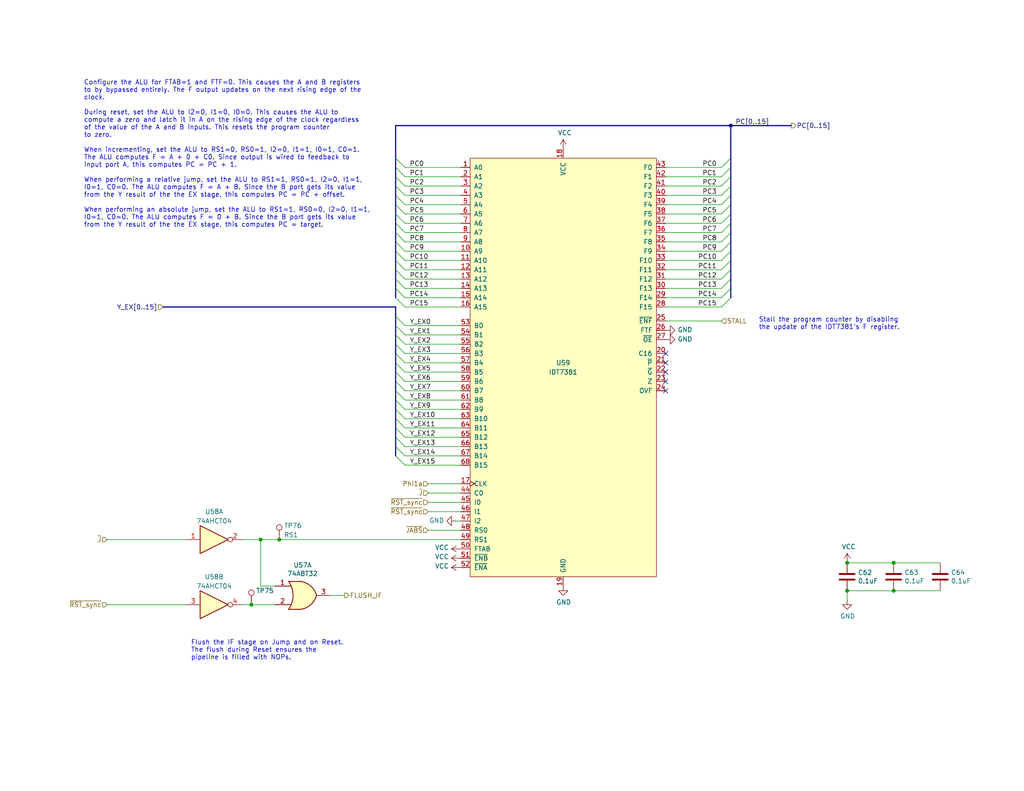
<source format=kicad_sch>
(kicad_sch (version 20230121) (generator eeschema)
  (paper "USLetter")
  (title_block (title "Program Counter") (date "2023-11-20") (rev "A") (comment 3 "sixteen-bit offset, or else reset to zero.") (comment 4 "Sixteen-bit program counter will either increment on the clock, add a specified"))
  (lib_symbols
    (symbol "74xx:74LS04"
      (property "Reference" "U" (at 0 1.27 0))
      (property "Value" "74LS04" (at 0 -1.27 0))
      (symbol "74LS04_1_0"
        (polyline (pts (xy -3.81 3.81) (xy -3.81 -3.81) (xy 3.81 0) (xy -3.81 3.81)) (stroke (width 0.254)) (fill (type background)))
        (pin input line (at -7.62 0 0) (length 3.81) (name "~") (number "1"))
        (pin output inverted (at 7.62 0 180) (length 3.81) (name "~") (number "2"))
      )
      (symbol "74LS04_2_0"
        (polyline (pts (xy -3.81 3.81) (xy -3.81 -3.81) (xy 3.81 0) (xy -3.81 3.81)) (stroke (width 0.254)) (fill (type background)))
        (pin input line (at -7.62 0 0) (length 3.81) (name "~") (number "3"))
        (pin output inverted (at 7.62 0 180) (length 3.81) (name "~") (number "4"))
      )
      (symbol "74LS04_3_0"
        (polyline (pts (xy -3.81 3.81) (xy -3.81 -3.81) (xy 3.81 0) (xy -3.81 3.81)) (stroke (width 0.254)) (fill (type background)))
        (pin input line (at -7.62 0 0) (length 3.81) (name "~") (number "5"))
        (pin output inverted (at 7.62 0 180) (length 3.81) (name "~") (number "6"))
      )
      (symbol "74LS04_4_0"
        (polyline (pts (xy -3.81 3.81) (xy -3.81 -3.81) (xy 3.81 0) (xy -3.81 3.81)) (stroke (width 0.254)) (fill (type background)))
        (pin output inverted (at 7.62 0 180) (length 3.81) (name "~") (number "8"))
        (pin input line (at -7.62 0 0) (length 3.81) (name "~") (number "9"))
      )
      (symbol "74LS04_5_0"
        (polyline (pts (xy -3.81 3.81) (xy -3.81 -3.81) (xy 3.81 0) (xy -3.81 3.81)) (stroke (width 0.254)) (fill (type background)))
        (pin output inverted (at 7.62 0 180) (length 3.81) (name "~") (number "10"))
        (pin input line (at -7.62 0 0) (length 3.81) (name "~") (number "11"))
      )
      (symbol "74LS04_6_0"
        (polyline (pts (xy -3.81 3.81) (xy -3.81 -3.81) (xy 3.81 0) (xy -3.81 3.81)) (stroke (width 0.254)) (fill (type background)))
        (pin output inverted (at 7.62 0 180) (length 3.81) (name "~") (number "12"))
        (pin input line (at -7.62 0 0) (length 3.81) (name "~") (number "13"))
      )
      (symbol "74LS04_7_0"
        (pin power_in line (at 0 12.7 270) (length 5.08) (name "VCC") (number "14"))
        (pin power_in line (at 0 -12.7 90) (length 5.08) (name "GND") (number "7"))
      )
      (symbol "74LS04_7_1"
        (rectangle (start -5.08 7.62) (end 5.08 -7.62) (stroke (width 0.254)) (fill (type background)))
      )
    )
    (symbol "74xx:74LS32" (pin_names (offset 1.016))
      (property "Reference" "U" (at 0 1.27 0))
      (property "Value" "74LS32" (at 0 -1.27 0))
      (symbol "74LS32_1_1"
        (arc (start -3.81 -3.81) (mid -2.589 0) (end -3.81 3.81) (stroke (width 0.254)))
        (arc (start -0.6096 -3.81) (mid 2.1842 -2.5851) (end 3.81 0) (stroke (width 0.254)) (fill (type background)))
        (polyline (pts (xy -3.81 -3.81) (xy -0.635 -3.81)) (stroke (width 0.254)) (fill (type background)))
        (polyline (pts (xy -3.81 3.81) (xy -0.635 3.81)) (stroke (width 0.254)) (fill (type background)))
        (polyline (pts (xy -0.635 3.81) (xy -3.81 3.81) (xy -3.81 3.81) (xy -3.556 3.4036) (xy -3.0226 2.2606) (xy -2.6924 1.0414) (xy -2.6162 -0.254) (xy -2.7686 -1.4986) (xy -3.175 -2.7178) (xy -3.81 -3.81) (xy -3.81 -3.81) (xy -0.635 -3.81)) (stroke (width -25.4)) (fill (type background)))
        (arc (start 3.81 0) (mid 2.1915 2.5936) (end -0.6096 3.81) (stroke (width 0.254)) (fill (type background)))
        (pin input line (at -7.62 2.54 0) (length 4.318) (name "~") (number "1"))
        (pin input line (at -7.62 -2.54 0) (length 4.318) (name "~") (number "2"))
        (pin output line (at 7.62 0 180) (length 3.81) (name "~") (number "3"))
      )
      (symbol "74LS32_1_2"
        (arc (start 0 -3.81) (mid 3.7934 0) (end 0 3.81) (stroke (width 0.254)) (fill (type background)))
        (polyline (pts (xy 0 3.81) (xy -3.81 3.81) (xy -3.81 -3.81) (xy 0 -3.81)) (stroke (width 0.254)) (fill (type background)))
        (pin input inverted (at -7.62 2.54 0) (length 3.81) (name "~") (number "1"))
        (pin input inverted (at -7.62 -2.54 0) (length 3.81) (name "~") (number "2"))
        (pin output inverted (at 7.62 0 180) (length 3.81) (name "~") (number "3"))
      )
      (symbol "74LS32_2_1"
        (arc (start -3.81 -3.81) (mid -2.589 0) (end -3.81 3.81) (stroke (width 0.254)))
        (arc (start -0.6096 -3.81) (mid 2.1842 -2.5851) (end 3.81 0) (stroke (width 0.254)) (fill (type background)))
        (polyline (pts (xy -3.81 -3.81) (xy -0.635 -3.81)) (stroke (width 0.254)) (fill (type background)))
        (polyline (pts (xy -3.81 3.81) (xy -0.635 3.81)) (stroke (width 0.254)) (fill (type background)))
        (polyline (pts (xy -0.635 3.81) (xy -3.81 3.81) (xy -3.81 3.81) (xy -3.556 3.4036) (xy -3.0226 2.2606) (xy -2.6924 1.0414) (xy -2.6162 -0.254) (xy -2.7686 -1.4986) (xy -3.175 -2.7178) (xy -3.81 -3.81) (xy -3.81 -3.81) (xy -0.635 -3.81)) (stroke (width -25.4)) (fill (type background)))
        (arc (start 3.81 0) (mid 2.1915 2.5936) (end -0.6096 3.81) (stroke (width 0.254)) (fill (type background)))
        (pin input line (at -7.62 2.54 0) (length 4.318) (name "~") (number "4"))
        (pin input line (at -7.62 -2.54 0) (length 4.318) (name "~") (number "5"))
        (pin output line (at 7.62 0 180) (length 3.81) (name "~") (number "6"))
      )
      (symbol "74LS32_2_2"
        (arc (start 0 -3.81) (mid 3.7934 0) (end 0 3.81) (stroke (width 0.254)) (fill (type background)))
        (polyline (pts (xy 0 3.81) (xy -3.81 3.81) (xy -3.81 -3.81) (xy 0 -3.81)) (stroke (width 0.254)) (fill (type background)))
        (pin input inverted (at -7.62 2.54 0) (length 3.81) (name "~") (number "4"))
        (pin input inverted (at -7.62 -2.54 0) (length 3.81) (name "~") (number "5"))
        (pin output inverted (at 7.62 0 180) (length 3.81) (name "~") (number "6"))
      )
      (symbol "74LS32_3_1"
        (arc (start -3.81 -3.81) (mid -2.589 0) (end -3.81 3.81) (stroke (width 0.254)))
        (arc (start -0.6096 -3.81) (mid 2.1842 -2.5851) (end 3.81 0) (stroke (width 0.254)) (fill (type background)))
        (polyline (pts (xy -3.81 -3.81) (xy -0.635 -3.81)) (stroke (width 0.254)) (fill (type background)))
        (polyline (pts (xy -3.81 3.81) (xy -0.635 3.81)) (stroke (width 0.254)) (fill (type background)))
        (polyline (pts (xy -0.635 3.81) (xy -3.81 3.81) (xy -3.81 3.81) (xy -3.556 3.4036) (xy -3.0226 2.2606) (xy -2.6924 1.0414) (xy -2.6162 -0.254) (xy -2.7686 -1.4986) (xy -3.175 -2.7178) (xy -3.81 -3.81) (xy -3.81 -3.81) (xy -0.635 -3.81)) (stroke (width -25.4)) (fill (type background)))
        (arc (start 3.81 0) (mid 2.1915 2.5936) (end -0.6096 3.81) (stroke (width 0.254)) (fill (type background)))
        (pin input line (at -7.62 -2.54 0) (length 4.318) (name "~") (number "10"))
        (pin output line (at 7.62 0 180) (length 3.81) (name "~") (number "8"))
        (pin input line (at -7.62 2.54 0) (length 4.318) (name "~") (number "9"))
      )
      (symbol "74LS32_3_2"
        (arc (start 0 -3.81) (mid 3.7934 0) (end 0 3.81) (stroke (width 0.254)) (fill (type background)))
        (polyline (pts (xy 0 3.81) (xy -3.81 3.81) (xy -3.81 -3.81) (xy 0 -3.81)) (stroke (width 0.254)) (fill (type background)))
        (pin input inverted (at -7.62 -2.54 0) (length 3.81) (name "~") (number "10"))
        (pin output inverted (at 7.62 0 180) (length 3.81) (name "~") (number "8"))
        (pin input inverted (at -7.62 2.54 0) (length 3.81) (name "~") (number "9"))
      )
      (symbol "74LS32_4_1"
        (arc (start -3.81 -3.81) (mid -2.589 0) (end -3.81 3.81) (stroke (width 0.254)))
        (arc (start -0.6096 -3.81) (mid 2.1842 -2.5851) (end 3.81 0) (stroke (width 0.254)) (fill (type background)))
        (polyline (pts (xy -3.81 -3.81) (xy -0.635 -3.81)) (stroke (width 0.254)) (fill (type background)))
        (polyline (pts (xy -3.81 3.81) (xy -0.635 3.81)) (stroke (width 0.254)) (fill (type background)))
        (polyline (pts (xy -0.635 3.81) (xy -3.81 3.81) (xy -3.81 3.81) (xy -3.556 3.4036) (xy -3.0226 2.2606) (xy -2.6924 1.0414) (xy -2.6162 -0.254) (xy -2.7686 -1.4986) (xy -3.175 -2.7178) (xy -3.81 -3.81) (xy -3.81 -3.81) (xy -0.635 -3.81)) (stroke (width -25.4)) (fill (type background)))
        (arc (start 3.81 0) (mid 2.1915 2.5936) (end -0.6096 3.81) (stroke (width 0.254)) (fill (type background)))
        (pin output line (at 7.62 0 180) (length 3.81) (name "~") (number "11"))
        (pin input line (at -7.62 2.54 0) (length 4.318) (name "~") (number "12"))
        (pin input line (at -7.62 -2.54 0) (length 4.318) (name "~") (number "13"))
      )
      (symbol "74LS32_4_2"
        (arc (start 0 -3.81) (mid 3.7934 0) (end 0 3.81) (stroke (width 0.254)) (fill (type background)))
        (polyline (pts (xy 0 3.81) (xy -3.81 3.81) (xy -3.81 -3.81) (xy 0 -3.81)) (stroke (width 0.254)) (fill (type background)))
        (pin output inverted (at 7.62 0 180) (length 3.81) (name "~") (number "11"))
        (pin input inverted (at -7.62 2.54 0) (length 3.81) (name "~") (number "12"))
        (pin input inverted (at -7.62 -2.54 0) (length 3.81) (name "~") (number "13"))
      )
      (symbol "74LS32_5_0"
        (pin power_in line (at 0 12.7 270) (length 5.08) (name "VCC") (number "14"))
        (pin power_in line (at 0 -12.7 90) (length 5.08) (name "GND") (number "7"))
      )
      (symbol "74LS32_5_1"
        (rectangle (start -5.08 7.62) (end 5.08 -7.62) (stroke (width 0.254)) (fill (type background)))
      )
    )
    (symbol "Connector:TestPoint" (pin_numbers hide) (pin_names (offset 0.762) hide)
      (property "Reference" "TP" (at 0 6.858 0))
      (property "Value" "TestPoint" (at 0 5.08 0))
      (symbol "TestPoint_0_1"
        (circle (center 0 3.302) (radius 0.762))
      )
      (symbol "TestPoint_1_1"
        (pin passive line (at 0 0 90) (length 2.54) (name "1") (number "1"))
      )
    )
    (symbol "Device:C" (pin_numbers hide) (pin_names (offset 0.254))
      (property "Reference" "C" (at 0.635 2.54 0))
      (property "Value" "C" (at 0.635 -2.54 0))
      (symbol "C_0_1"
        (polyline (pts (xy -2.032 -0.762) (xy 2.032 -0.762)) (stroke (width 0.508)))
        (polyline (pts (xy -2.032 0.762) (xy 2.032 0.762)) (stroke (width 0.508)))
      )
      (symbol "C_1_1"
        (pin passive line (at 0 3.81 270) (length 2.794) (name "~") (number "1"))
        (pin passive line (at 0 -3.81 90) (length 2.794) (name "~") (number "2"))
      )
    )
    (symbol "PCIFModule-rescue:IDT7381-CPU" (pin_names (offset 1.016))
      (property "Reference" "U" (at 1.27 2.54 0))
      (property "Value" "IDT7381-CPU" (at 1.27 0 0))
      (symbol "IDT7381-CPU_0_1"
        (rectangle (start -25.4 57.15) (end 25.4 -57.15) (fill (type background)))
      )
      (symbol "IDT7381-CPU_1_1"
        (pin input line (at -27.94 54.61 0) (length 2.54) (name "A0") (number "1"))
        (pin input line (at -27.94 31.75 0) (length 2.54) (name "A9") (number "10"))
        (pin input line (at -27.94 29.21 0) (length 2.54) (name "A10") (number "11"))
        (pin input line (at -27.94 26.67 0) (length 2.54) (name "A11") (number "12"))
        (pin input line (at -27.94 24.13 0) (length 2.54) (name "A12") (number "13"))
        (pin input line (at -27.94 21.59 0) (length 2.54) (name "A13") (number "14"))
        (pin input line (at -27.94 19.05 0) (length 2.54) (name "A14") (number "15"))
        (pin input line (at -27.94 16.51 0) (length 2.54) (name "A15") (number "16"))
        (pin input clock (at -27.94 -31.75 0) (length 2.54) (name "CLK") (number "17"))
        (pin power_in line (at 0 59.69 270) (length 2.54) (name "VCC") (number "18"))
        (pin power_in line (at 0 -59.69 90) (length 2.54) (name "GND") (number "19"))
        (pin input line (at -27.94 52.07 0) (length 2.54) (name "A1") (number "2"))
        (pin output line (at 27.94 3.81 180) (length 2.54) (name "C16") (number "20"))
        (pin output line (at 27.94 1.27 180) (length 2.54) (name "~{P}") (number "21"))
        (pin output line (at 27.94 -1.27 180) (length 2.54) (name "~{G}") (number "22"))
        (pin output line (at 27.94 -3.81 180) (length 2.54) (name "Z") (number "23"))
        (pin output line (at 27.94 -6.35 180) (length 2.54) (name "OVF") (number "24"))
        (pin input line (at 27.94 12.7 180) (length 2.54) (name "~{ENF}") (number "25"))
        (pin input line (at 27.94 10.16 180) (length 2.54) (name "FTF") (number "26"))
        (pin input line (at 27.94 7.62 180) (length 2.54) (name "~{OE}") (number "27"))
        (pin tri_state line (at 27.94 16.51 180) (length 2.54) (name "F15") (number "28"))
        (pin tri_state line (at 27.94 19.05 180) (length 2.54) (name "F14") (number "29"))
        (pin input line (at -27.94 49.53 0) (length 2.54) (name "A2") (number "3"))
        (pin tri_state line (at 27.94 21.59 180) (length 2.54) (name "F13") (number "30"))
        (pin tri_state line (at 27.94 24.13 180) (length 2.54) (name "F12") (number "31"))
        (pin tri_state line (at 27.94 26.67 180) (length 2.54) (name "F11") (number "32"))
        (pin tri_state line (at 27.94 29.21 180) (length 2.54) (name "F10") (number "33"))
        (pin tri_state line (at 27.94 31.75 180) (length 2.54) (name "F9") (number "34"))
        (pin tri_state line (at 27.94 34.29 180) (length 2.54) (name "F8") (number "35"))
        (pin tri_state line (at 27.94 36.83 180) (length 2.54) (name "F7") (number "36"))
        (pin tri_state line (at 27.94 39.37 180) (length 2.54) (name "F6") (number "37"))
        (pin tri_state line (at 27.94 41.91 180) (length 2.54) (name "F5") (number "38"))
        (pin tri_state line (at 27.94 44.45 180) (length 2.54) (name "F4") (number "39"))
        (pin input line (at -27.94 46.99 0) (length 2.54) (name "A3") (number "4"))
        (pin tri_state line (at 27.94 46.99 180) (length 2.54) (name "F3") (number "40"))
        (pin tri_state line (at 27.94 49.53 180) (length 2.54) (name "F2") (number "41"))
        (pin tri_state line (at 27.94 52.07 180) (length 2.54) (name "F1") (number "42"))
        (pin tri_state line (at 27.94 54.61 180) (length 2.54) (name "F0") (number "43"))
        (pin input line (at -27.94 -34.29 0) (length 2.54) (name "C0") (number "44"))
        (pin input line (at -27.94 -36.83 0) (length 2.54) (name "I0") (number "45"))
        (pin input line (at -27.94 -39.37 0) (length 2.54) (name "I1") (number "46"))
        (pin input line (at -27.94 -41.91 0) (length 2.54) (name "I2") (number "47"))
        (pin input line (at -27.94 -44.45 0) (length 2.54) (name "RS0") (number "48"))
        (pin input line (at -27.94 -46.99 0) (length 2.54) (name "RS1") (number "49"))
        (pin input line (at -27.94 44.45 0) (length 2.54) (name "A4") (number "5"))
        (pin input line (at -27.94 -49.53 0) (length 2.54) (name "FTAB") (number "50"))
        (pin input line (at -27.94 -52.07 0) (length 2.54) (name "~{ENB}") (number "51"))
        (pin input line (at -27.94 -54.61 0) (length 2.54) (name "~{ENA}") (number "52"))
        (pin input line (at -27.94 11.43 0) (length 2.54) (name "B0") (number "53"))
        (pin input line (at -27.94 8.89 0) (length 2.54) (name "B1") (number "54"))
        (pin input line (at -27.94 6.35 0) (length 2.54) (name "B2") (number "55"))
        (pin input line (at -27.94 3.81 0) (length 2.54) (name "B3") (number "56"))
        (pin input line (at -27.94 1.27 0) (length 2.54) (name "B4") (number "57"))
        (pin input line (at -27.94 -1.27 0) (length 2.54) (name "B5") (number "58"))
        (pin input line (at -27.94 -3.81 0) (length 2.54) (name "B6") (number "59"))
        (pin input line (at -27.94 41.91 0) (length 2.54) (name "A5") (number "6"))
        (pin input line (at -27.94 -6.35 0) (length 2.54) (name "B7") (number "60"))
        (pin input line (at -27.94 -8.89 0) (length 2.54) (name "B8") (number "61"))
        (pin input line (at -27.94 -11.43 0) (length 2.54) (name "B9") (number "62"))
        (pin input line (at -27.94 -13.97 0) (length 2.54) (name "B10") (number "63"))
        (pin input line (at -27.94 -16.51 0) (length 2.54) (name "B11") (number "64"))
        (pin input line (at -27.94 -19.05 0) (length 2.54) (name "B12") (number "65"))
        (pin input line (at -27.94 -21.59 0) (length 2.54) (name "B13") (number "66"))
        (pin input line (at -27.94 -24.13 0) (length 2.54) (name "B14") (number "67"))
        (pin input line (at -27.94 -26.67 0) (length 2.54) (name "B15") (number "68"))
        (pin input line (at -27.94 39.37 0) (length 2.54) (name "A6") (number "7"))
        (pin input line (at -27.94 36.83 0) (length 2.54) (name "A7") (number "8"))
        (pin input line (at -27.94 34.29 0) (length 2.54) (name "A8") (number "9"))
      )
    )
    (symbol "power:GND" (power) (pin_names (offset 0))
      (property "Value" "GND" (at 0 -3.81 0))
      (symbol "GND_0_1"
        (polyline (pts (xy 0 0) (xy 0 -1.27) (xy 1.27 -1.27) (xy 0 -2.54) (xy -1.27 -1.27) (xy 0 -1.27)))
      )
      (symbol "GND_1_1"
        (pin power_in line (at 0 0 270) (length 0) hide (name "GND") (number "1"))
      )
    )
    (symbol "power:VCC" (power) (pin_names (offset 0))
      (property "Value" "VCC" (at 0 3.81 0))
      (symbol "VCC_0_1"
        (polyline (pts (xy -0.762 1.27) (xy 0 2.54)))
        (polyline (pts (xy 0 0) (xy 0 2.54)))
        (polyline (pts (xy 0 2.54) (xy 0.762 1.27)))
      )
      (symbol "VCC_1_1"
        (pin power_in line (at 0 0 90) (length 0) hide (name "VCC") (number "1"))
      )
    )
  )
  (junction (at -53.34 147.32))
  (junction (at -29.21 157.48))
  (junction (at 231.14 161.29))
  (junction (at -53.34 152.4))
  (junction (at -53.34 133.35))
  (junction (at -53.34 162.56))
  (junction (at -53.34 167.64))
  (junction (at -29.21 143.51))
  (junction (at 243.84 161.29))
  (junction (at -29.21 129.54))
  (junction (at 199.39 34.29))
  (junction (at 231.14 153.67))
  (junction (at -29.21 171.45))
  (junction (at 71.12 147.32))
  (junction (at 76.2 147.32))
  (junction (at 243.84 153.67))
  (junction (at 68.58 165.1))
  (junction (at -53.34 138.43))
  (no_connect (at -13.97 129.54))
  (no_connect (at 181.61 104.14))
  (no_connect (at -13.97 143.51))
  (no_connect (at 181.61 101.6))
  (no_connect (at -35.56 165.1))
  (no_connect (at 181.61 106.68))
  (no_connect (at -35.56 135.89))
  (no_connect (at -13.97 157.48))
  (no_connect (at -35.56 149.86))
  (no_connect (at 181.61 96.52))
  (no_connect (at 181.61 99.06))
  (no_connect (at -13.97 171.45))
  (bus_entry (at 110.49 53.34) (size -2.54 -2.54))
  (bus_entry (at 110.49 91.44) (size -2.54 -2.54))
  (bus_entry (at 110.49 48.26) (size -2.54 -2.54))
  (bus_entry (at 110.49 76.2) (size -2.54 -2.54))
  (bus_entry (at 110.49 63.5) (size -2.54 -2.54))
  (bus_entry (at 110.49 73.66) (size -2.54 -2.54))
  (bus_entry (at 196.85 48.26) (size 2.54 -2.54))
  (bus_entry (at 110.49 99.06) (size -2.54 -2.54))
  (bus_entry (at 196.85 55.88) (size 2.54 -2.54))
  (bus_entry (at 196.85 73.66) (size 2.54 -2.54))
  (bus_entry (at 110.49 66.04) (size -2.54 -2.54))
  (bus_entry (at 110.49 96.52) (size -2.54 -2.54))
  (bus_entry (at 196.85 76.2) (size 2.54 -2.54))
  (bus_entry (at 110.49 55.88) (size -2.54 -2.54))
  (bus_entry (at 110.49 60.96) (size -2.54 -2.54))
  (bus_entry (at 196.85 71.12) (size 2.54 -2.54))
  (bus_entry (at 110.49 101.6) (size -2.54 -2.54))
  (bus_entry (at 110.49 119.38) (size -2.54 -2.54))
  (bus_entry (at 110.49 71.12) (size -2.54 -2.54))
  (bus_entry (at 110.49 114.3) (size -2.54 -2.54))
  (bus_entry (at 110.49 88.9) (size -2.54 -2.54))
  (bus_entry (at 196.85 81.28) (size 2.54 -2.54))
  (bus_entry (at 196.85 66.04) (size 2.54 -2.54))
  (bus_entry (at 196.85 68.58) (size 2.54 -2.54))
  (bus_entry (at 110.49 81.28) (size -2.54 -2.54))
  (bus_entry (at 110.49 127) (size -2.54 -2.54))
  (bus_entry (at 196.85 83.82) (size 2.54 -2.54))
  (bus_entry (at 110.49 45.72) (size -2.54 -2.54))
  (bus_entry (at 196.85 63.5) (size 2.54 -2.54))
  (bus_entry (at 110.49 83.82) (size -2.54 -2.54))
  (bus_entry (at 110.49 121.92) (size -2.54 -2.54))
  (bus_entry (at 110.49 78.74) (size -2.54 -2.54))
  (bus_entry (at 110.49 109.22) (size -2.54 -2.54))
  (bus_entry (at 196.85 50.8) (size 2.54 -2.54))
  (bus_entry (at 196.85 45.72) (size 2.54 -2.54))
  (bus_entry (at 110.49 111.76) (size -2.54 -2.54))
  (bus_entry (at 110.49 50.8) (size -2.54 -2.54))
  (bus_entry (at 110.49 124.46) (size -2.54 -2.54))
  (bus_entry (at 110.49 93.98) (size -2.54 -2.54))
  (bus_entry (at 196.85 53.34) (size 2.54 -2.54))
  (bus_entry (at 110.49 58.42) (size -2.54 -2.54))
  (bus_entry (at 196.85 60.96) (size 2.54 -2.54))
  (bus_entry (at 110.49 106.68) (size -2.54 -2.54))
  (bus_entry (at 110.49 68.58) (size -2.54 -2.54))
  (bus_entry (at 196.85 58.42) (size 2.54 -2.54))
  (bus_entry (at 196.85 78.74) (size 2.54 -2.54))
  (bus_entry (at 110.49 116.84) (size -2.54 -2.54))
  (bus_entry (at 110.49 104.14) (size -2.54 -2.54))
  (wire (pts (xy -53.34 118.11) (xy -53.34 133.35)))
  (wire (pts (xy 256.54 161.29) (xy 243.84 161.29)))
  (wire (pts (xy 68.58 165.1) (xy 74.93 165.1)))
  (wire (pts (xy 71.12 160.02) (xy 71.12 147.32)))
  (wire (pts (xy 110.49 58.42) (xy 125.73 58.42)))
  (bus (pts (xy 107.95 63.5) (xy 107.95 66.04)))
  (bus (pts (xy 107.95 119.38) (xy 107.95 121.92)))
  (bus (pts (xy 199.39 58.42) (xy 199.39 60.96)))
  (wire (pts (xy 110.49 106.68) (xy 125.73 106.68)))
  (wire (pts (xy 110.49 78.74) (xy 125.73 78.74)))
  (wire (pts (xy 110.49 114.3) (xy 125.73 114.3)))
  (wire (pts (xy 196.85 78.74) (xy 181.61 78.74)))
  (bus (pts (xy 107.95 104.14) (xy 107.95 106.68)))
  (bus (pts (xy 199.39 50.8) (xy 199.39 53.34)))
  (wire (pts (xy 66.04 147.32) (xy 71.12 147.32)))
  (wire (pts (xy -50.8 133.35) (xy -53.34 133.35)))
  (wire (pts (xy -50.8 138.43) (xy -53.34 138.43)))
  (bus (pts (xy 107.95 116.84) (xy 107.95 119.38)))
  (wire (pts (xy 196.85 73.66) (xy 181.61 73.66)))
  (wire (pts (xy 110.49 93.98) (xy 125.73 93.98)))
  (bus (pts (xy 199.39 34.29) (xy 199.39 43.18)))
  (bus (pts (xy 107.95 109.22) (xy 107.95 111.76)))
  (wire (pts (xy 110.49 91.44) (xy 125.73 91.44)))
  (wire (pts (xy 116.84 139.7) (xy 125.73 139.7)))
  (wire (pts (xy 196.85 83.82) (xy 181.61 83.82)))
  (wire (pts (xy -29.21 199.39) (xy -29.21 200.66)))
  (wire (pts (xy 196.85 76.2) (xy 181.61 76.2)))
  (bus (pts (xy 107.95 99.06) (xy 107.95 101.6)))
  (bus (pts (xy 107.95 43.18) (xy 107.95 45.72)))
  (wire (pts (xy -53.34 162.56) (xy -53.34 167.64)))
  (bus (pts (xy 107.95 83.82) (xy 44.45 83.82)))
  (wire (pts (xy -53.34 138.43) (xy -53.34 147.32)))
  (bus (pts (xy 107.95 73.66) (xy 107.95 76.2)))
  (bus (pts (xy 107.95 121.92) (xy 107.95 124.46)))
  (bus (pts (xy 107.95 88.9) (xy 107.95 91.44)))
  (bus (pts (xy 199.39 68.58) (xy 199.39 71.12)))
  (bus (pts (xy 199.39 73.66) (xy 199.39 76.2)))
  (wire (pts (xy 110.49 109.22) (xy 125.73 109.22)))
  (wire (pts (xy 110.49 88.9) (xy 125.73 88.9)))
  (wire (pts (xy -29.21 143.51) (xy -29.21 157.48)))
  (bus (pts (xy 107.95 93.98) (xy 107.95 96.52)))
  (bus (pts (xy 107.95 86.36) (xy 107.95 88.9)))
  (wire (pts (xy 71.12 147.32) (xy 76.2 147.32)))
  (wire (pts (xy 29.21 165.1) (xy 50.8 165.1)))
  (bus (pts (xy 107.95 58.42) (xy 107.95 60.96)))
  (wire (pts (xy 110.49 73.66) (xy 125.73 73.66)))
  (bus (pts (xy 107.95 55.88) (xy 107.95 58.42)))
  (bus (pts (xy 199.39 53.34) (xy 199.39 55.88)))
  (wire (pts (xy 196.85 53.34) (xy 181.61 53.34)))
  (bus (pts (xy 107.95 96.52) (xy 107.95 99.06)))
  (wire (pts (xy 110.49 83.82) (xy 125.73 83.82)))
  (bus (pts (xy 199.39 43.18) (xy 199.39 45.72)))
  (wire (pts (xy 231.14 163.83) (xy 231.14 161.29)))
  (bus (pts (xy 199.39 66.04) (xy 199.39 68.58)))
  (wire (pts (xy 196.85 45.72) (xy 181.61 45.72)))
  (wire (pts (xy 196.85 48.26) (xy 181.61 48.26)))
  (bus (pts (xy 199.39 60.96) (xy 199.39 63.5)))
  (bus (pts (xy 107.95 83.82) (xy 107.95 86.36)))
  (wire (pts (xy 196.85 63.5) (xy 181.61 63.5)))
  (wire (pts (xy -50.8 162.56) (xy -53.34 162.56)))
  (wire (pts (xy 110.49 45.72) (xy 125.73 45.72)))
  (bus (pts (xy 107.95 106.68) (xy 107.95 109.22)))
  (bus (pts (xy 107.95 111.76) (xy 107.95 114.3)))
  (bus (pts (xy 107.95 76.2) (xy 107.95 78.74)))
  (bus (pts (xy 107.95 91.44) (xy 107.95 93.98)))
  (bus (pts (xy 107.95 78.74) (xy 107.95 81.28)))
  (wire (pts (xy 110.49 50.8) (xy 125.73 50.8)))
  (bus (pts (xy 199.39 71.12) (xy 199.39 73.66)))
  (wire (pts (xy -50.8 152.4) (xy -53.34 152.4)))
  (wire (pts (xy 116.84 144.78) (xy 125.73 144.78)))
  (bus (pts (xy 107.95 34.29) (xy 107.95 43.18)))
  (wire (pts (xy 116.84 137.16) (xy 125.73 137.16)))
  (wire (pts (xy 110.49 53.34) (xy 125.73 53.34)))
  (wire (pts (xy 110.49 99.06) (xy 125.73 99.06)))
  (bus (pts (xy 199.39 48.26) (xy 199.39 50.8)))
  (wire (pts (xy 231.14 153.67) (xy 243.84 153.67)))
  (wire (pts (xy 110.49 104.14) (xy 125.73 104.14)))
  (bus (pts (xy 107.95 34.29) (xy 199.39 34.29)))
  (bus (pts (xy 199.39 55.88) (xy 199.39 58.42)))
  (wire (pts (xy 110.49 60.96) (xy 125.73 60.96)))
  (bus (pts (xy 107.95 48.26) (xy 107.95 50.8)))
  (bus (pts (xy 107.95 101.6) (xy 107.95 104.14)))
  (wire (pts (xy 110.49 116.84) (xy 125.73 116.84)))
  (wire (pts (xy -50.8 147.32) (xy -53.34 147.32)))
  (bus (pts (xy 107.95 66.04) (xy 107.95 68.58)))
  (wire (pts (xy -29.21 129.54) (xy -29.21 143.51)))
  (wire (pts (xy 110.49 96.52) (xy 125.73 96.52)))
  (wire (pts (xy -53.34 152.4) (xy -53.34 162.56)))
  (bus (pts (xy 107.95 45.72) (xy 107.95 48.26)))
  (bus (pts (xy 107.95 71.12) (xy 107.95 73.66)))
  (wire (pts (xy 110.49 71.12) (xy 125.73 71.12)))
  (wire (pts (xy 110.49 124.46) (xy 125.73 124.46)))
  (wire (pts (xy 66.04 165.1) (xy 68.58 165.1)))
  (bus (pts (xy 199.39 63.5) (xy 199.39 66.04)))
  (wire (pts (xy 196.85 60.96) (xy 181.61 60.96)))
  (wire (pts (xy 110.49 81.28) (xy 125.73 81.28)))
  (bus (pts (xy 199.39 76.2) (xy 199.39 78.74)))
  (wire (pts (xy 243.84 161.29) (xy 231.14 161.29)))
  (wire (pts (xy 196.85 68.58) (xy 181.61 68.58)))
  (bus (pts (xy 199.39 45.72) (xy 199.39 48.26)))
  (bus (pts (xy 107.95 60.96) (xy 107.95 63.5)))
  (bus (pts (xy 199.39 78.74) (xy 199.39 81.28)))
  (wire (pts (xy 110.49 121.92) (xy 125.73 121.92)))
  (wire (pts (xy 110.49 111.76) (xy 125.73 111.76)))
  (wire (pts (xy 196.85 81.28) (xy 181.61 81.28)))
  (bus (pts (xy 107.95 114.3) (xy 107.95 116.84)))
  (wire (pts (xy -29.21 157.48) (xy -29.21 171.45)))
  (wire (pts (xy 110.49 66.04) (xy 125.73 66.04)))
  (wire (pts (xy 93.98 162.56) (xy 90.17 162.56)))
  (wire (pts (xy 243.84 153.67) (xy 256.54 153.67)))
  (wire (pts (xy 196.85 50.8) (xy 181.61 50.8)))
  (wire (pts (xy 110.49 48.26) (xy 125.73 48.26)))
  (wire (pts (xy 110.49 76.2) (xy 125.73 76.2)))
  (wire (pts (xy 110.49 68.58) (xy 125.73 68.58)))
  (wire (pts (xy 181.61 87.63) (xy 196.85 87.63)))
  (wire (pts (xy -29.21 171.45) (xy -29.21 173.99)))
  (bus (pts (xy 107.95 68.58) (xy 107.95 71.12)))
  (wire (pts (xy -53.34 167.64) (xy -53.34 173.99)))
  (wire (pts (xy 110.49 119.38) (xy 125.73 119.38)))
  (bus (pts (xy 107.95 53.34) (xy 107.95 55.88)))
  (wire (pts (xy -53.34 147.32) (xy -53.34 152.4)))
  (bus (pts (xy 107.95 50.8) (xy 107.95 53.34)))
  (wire (pts (xy 196.85 71.12) (xy 181.61 71.12)))
  (wire (pts (xy 116.84 134.62) (xy 125.73 134.62)))
  (wire (pts (xy -29.21 118.11) (xy -29.21 129.54)))
  (wire (pts (xy 29.21 147.32) (xy 50.8 147.32)))
  (wire (pts (xy 110.49 101.6) (xy 125.73 101.6)))
  (wire (pts (xy 196.85 55.88) (xy 181.61 55.88)))
  (wire (pts (xy 76.2 147.32) (xy 125.73 147.32)))
  (bus (pts (xy 215.9 34.29) (xy 199.39 34.29)))
  (wire (pts (xy 125.73 142.24) (xy 124.46 142.24)))
  (wire (pts (xy 74.93 160.02) (xy 71.12 160.02)))
  (wire (pts (xy 116.84 132.08) (xy 125.73 132.08)))
  (wire (pts (xy -53.34 133.35) (xy -53.34 138.43)))
  (wire (pts (xy 110.49 127) (xy 125.73 127)))
  (wire (pts (xy -50.8 167.64) (xy -53.34 167.64)))
  (wire (pts (xy 110.49 55.88) (xy 125.73 55.88)))
  (wire (pts (xy 196.85 66.04) (xy 181.61 66.04)))
  (wire (pts (xy 110.49 63.5) (xy 125.73 63.5)))
  (wire (pts (xy 196.85 58.42) (xy 181.61 58.42)))
  (text "Stall the program counter by disabling\nthe update of the IDT7381’s F register." (at 207.01 90.17 0) (effects (font (size 1.27 1.27)) (justify left bottom)))
  (text "Flush the IF stage on Jump and on Reset.\nThe flush during Reset ensures the\npipeline is filled with NOPs." (at 52.07 180.34 0) (effects (font (size 1.27 1.27)) (justify left bottom)))
  (text "Configure the ALU for FTAB=1 and FTF=0. This causes the A and B registers\nto by bypassed entirely. The F output updates on the next rising edge of the\nclock.\n\nDuring reset, set the ALU to I2=0, I1=0, I0=0. This causes the ALU to\ncompute a zero and latch it in A on the rising edge of the clock regardless\nof the value of the A and B inputs. This resets the program counter\nto zero.\n\nWhen incrementing, set the ALU to RS1=0, RS0=1, I2=0, I1=1, I0=1, C0=1.\nThe ALU computes F = A + 0 + C0. Since output is wired to feedback to\ninput port A, this computes PC = PC + 1.\n\nWhen performing a relative jump, set the ALU to RS1=1, RS0=1, I2=0, I1=1,\nI0=1, C0=0. The ALU computes F = A + B. Since the B port gets its value\nfrom the Y result of the the EX stage, this computes PC = PC + offset.\n\nWhen performing an absolute jump, set the ALU to RS1=1, RS0=0, I2=0, I1=1,\nI0=1, C0=0. The ALU computes F = 0 + B. Since the B port gets its value\nfrom the Y result of the the EX stage, this computes PC = target." (at 22.86 62.23 0) (effects (font (size 1.27 1.27)) (justify left bottom)))
  (label "PC8" (at 111.76 66.04 0))
  (label "PC11" (at 111.76 73.66 0))
  (label "Y_EX9" (at 111.76 111.76 0))
  (label "PC3" (at 111.76 53.34 0))
  (label "Y_EX1" (at 111.76 91.44 0))
  (label "PC13" (at 111.76 78.74 0))
  (label "PC4" (at 111.76 55.88 0))
  (label "PC2" (at 195.58 50.8 180))
  (label "Y_EX6" (at 111.76 104.14 0))
  (label "Y_EX14" (at 111.76 124.46 0))
  (label "Y_EX13" (at 111.76 121.92 0))
  (label "PC9" (at 195.58 68.58 180))
  (label "Y_EX0" (at 111.76 88.9 0))
  (label "PC15" (at 195.58 83.82 180))
  (label "PC15" (at 111.76 83.82 0))
  (label "PC0" (at 111.76 45.72 0))
  (label "Y_EX3" (at 111.76 96.52 0))
  (label "PC5" (at 195.58 58.42 180))
  (label "PC11" (at 195.58 73.66 180))
  (label "Y_EX11" (at 111.76 116.84 0))
  (label "PC10" (at 195.58 71.12 180))
  (label "Y_EX7" (at 111.76 106.68 0))
  (label "Y_EX5" (at 111.76 101.6 0))
  (label "PC14" (at 111.76 81.28 0))
  (label "Y_EX2" (at 111.76 93.98 0))
  (label "PC12" (at 195.58 76.2 180))
  (label "PC10" (at 111.76 71.12 0))
  (label "PC8" (at 195.58 66.04 180))
  (label "PC6" (at 111.76 60.96 0))
  (label "PC6" (at 195.58 60.96 180))
  (label "PC2" (at 111.76 50.8 0))
  (label "PC9" (at 111.76 68.58 0))
  (label "PC4" (at 195.58 55.88 180))
  (label "Y_EX4" (at 111.76 99.06 0))
  (label "PC13" (at 195.58 78.74 180))
  (label "PC0" (at 195.58 45.72 180))
  (label "PC1" (at 195.58 48.26 180))
  (label "PC14" (at 195.58 81.28 180))
  (label "Y_EX12" (at 111.76 119.38 0))
  (label "Y_EX15" (at 111.76 127 0))
  (label "Y_EX10" (at 111.76 114.3 0))
  (label "PC7" (at 195.58 63.5 180))
  (label "PC3" (at 195.58 53.34 180))
  (label "PC5" (at 111.76 58.42 0))
  (label "PC[0..15]" (at 200.66 34.29 0))
  (label "PC7" (at 111.76 63.5 0))
  (label "Y_EX8" (at 111.76 109.22 0))
  (label "PC12" (at 111.76 76.2 0))
  (label "PC1" (at 111.76 48.26 0))
  (hierarchical_label "STALL" (shape input) (at 196.85 87.63 0))
  (hierarchical_label "~{JABS}" (shape input) (at 116.84 144.78 180))
  (hierarchical_label "PC[0..15]" (shape output) (at 215.9 34.29 0))
  (hierarchical_label "Phi1a" (shape input) (at 116.84 132.08 180))
  (hierarchical_label "~{RST_sync}" (shape input) (at 116.84 139.7 180))
  (hierarchical_label "Y_EX[0..15]" (shape input) (at 44.45 83.82 180))
  (hierarchical_label "~{J}" (shape input) (at 29.21 147.32 180))
  (hierarchical_label "~{J}" (shape input) (at 116.84 134.62 180))
  (hierarchical_label "~{RST_sync}" (shape input) (at 29.21 165.1 180))
  (hierarchical_label "~{RST_sync}" (shape input) (at 116.84 137.16 180))
  (hierarchical_label "FLUSH_IF" (shape output) (at 93.98 162.56 0))
  (symbol (lib_id "Device:C") (at 231.14 157.48 0) (unit 1)
    (property "Reference" "C62" (at 234.061 156.3116 0) (effects (justify left)))
    (property "Value" "0.1uF" (at 234.061 158.623 0) (effects (justify left)))
    (property "Footprint" "Capacitor_SMD:C_0603_1608Metric_Pad1.08x0.95mm_HandSolder" (effects hide))
    (property "Mouser" "https://www.mouser.com/ProductDetail/963-EMK107B7104KAHT" (effects hide))
  )
  (symbol (lib_id "Device:C") (at 243.84 157.48 0) (unit 1)
    (property "Reference" "C63" (at 246.761 156.3116 0) (effects (justify left)))
    (property "Value" "0.1uF" (at 246.761 158.623 0) (effects (justify left)))
    (property "Footprint" "Capacitor_SMD:C_0603_1608Metric_Pad1.08x0.95mm_HandSolder" (effects hide))
    (property "Mouser" "https://www.mouser.com/ProductDetail/963-EMK107B7104KAHT" (effects hide))
  )
  (symbol (lib_id "power:VCC") (at 231.14 153.67 0) (unit 1)
    (property "Reference" "#PWR0374" (effects hide))
    (property "Value" "VCC" (at 231.5718 149.2758 0))
  )
  (symbol (lib_id "power:GND") (at 231.14 163.83 0) (unit 1)
    (property "Reference" "#PWR0375" (effects hide))
    (property "Value" "GND" (at 231.267 168.2242 0))
  )
  (symbol (lib_id "PCIFModule-rescue:IDT7381-CPU") (at 153.67 100.33 0) (unit 1)
    (property "Reference" "U59" (at 153.67 99.06 0))
    (property "Value" "IDT7381" (at 153.67 101.6 0))
    (property "Footprint" "Package_LCC:PLCC-68_SMD-Socket" (effects hide))
    (property "Datasheet" "https://www.digchip.com/datasheets/download_datasheet.php?id=419696&part-number=IDT7381" (effects hide))
    (property "Mouser" "https://www.mouser.com/ProductDetail/3M-Electronic-Solutions-Division/8468-21B1-RK-TP?qs=WZRMhwwaLl%2FJN6Bcf7US3Q%3D%3D" (effects hide))
  )
  (symbol (lib_id "power:VCC") (at 153.67 40.64 0) (unit 1)
    (property "Reference" "#PWR0370" (effects hide))
    (property "Value" "VCC" (at 154.1018 36.2458 0))
  )
  (symbol (lib_id "power:GND") (at 153.67 160.02 0) (unit 1)
    (property "Reference" "#PWR0371" (effects hide))
    (property "Value" "GND" (at 153.797 164.4142 0))
  )
  (symbol (lib_id "power:GND") (at 181.61 92.71 90) (unit 1)
    (property "Reference" "#PWR0373" (effects hide))
    (property "Value" "GND" (at 184.8612 92.583 90) (effects (justify right)))
  )
  (symbol (lib_id "power:VCC") (at 125.73 149.86 90) (unit 1)
    (property "Reference" "#PWR0367" (effects hide))
    (property "Value" "VCC" (at 122.5042 149.479 90) (effects (justify left)))
  )
  (symbol (lib_id "power:VCC") (at 125.73 152.4 90) (unit 1)
    (property "Reference" "#PWR0368" (effects hide))
    (property "Value" "VCC" (at 122.5042 152.019 90) (effects (justify left)))
  )
  (symbol (lib_id "power:VCC") (at 125.73 154.94 90) (unit 1)
    (property "Reference" "#PWR0369" (effects hide))
    (property "Value" "VCC" (at 122.5042 154.559 90) (effects (justify left)))
  )
  (symbol (lib_id "power:GND") (at 181.61 90.17 90) (unit 1)
    (property "Reference" "#PWR0372" (effects hide))
    (property "Value" "GND" (at 184.8612 90.043 90) (effects (justify right)))
  )
  (symbol (lib_id "74xx:74LS04") (at -29.21 186.69 0) (unit 7)
    (property "Reference" "U58" (at -29.21 185.42 0))
    (property "Value" "74AHCT04" (at -29.21 187.96 0))
    (property "Footprint" "Package_SO:TSSOP-14_4.4x5mm_P0.65mm" (effects hide))
    (property "Datasheet" "http://www.ti.com/lit/gpn/sn74LS04" (effects hide))
    (property "Mouser" "https://www.mouser.com/ProductDetail/771-AHCT04PW112" (effects hide))
  )
  (symbol (lib_id "power:VCC") (at -29.21 118.11 0) (unit 1)
    (property "Reference" "#PWR0364" (effects hide))
    (property "Value" "VCC" (at -28.7782 113.7158 0))
  )
  (symbol (lib_id "power:GND") (at -29.21 200.66 0) (mirror y) (unit 1)
    (property "Reference" "#PWR0365" (effects hide))
    (property "Value" "GND" (at -29.337 205.0542 0))
  )
  (symbol (lib_id "74xx:74LS04") (at 58.42 165.1 0) (unit 2)
    (property "Reference" "U58" (at 58.42 157.48 0))
    (property "Value" "74AHCT04" (at 58.42 160.02 0))
    (property "Footprint" "Package_SO:TSSOP-14_4.4x5mm_P0.65mm" (effects hide))
    (property "Datasheet" "http://www.ti.com/lit/gpn/sn74LS04" (effects hide))
    (property "Mouser" "https://www.mouser.com/ProductDetail/771-AHCT04PW112" (effects hide))
  )
  (symbol (lib_id "74xx:74LS04") (at -21.59 129.54 0) (unit 3)
    (property "Reference" "U58" (at -21.59 121.92 0))
    (property "Value" "74AHCT04" (at -21.59 124.46 0))
    (property "Footprint" "Package_SO:TSSOP-14_4.4x5mm_P0.65mm" (effects hide))
    (property "Datasheet" "http://www.ti.com/lit/gpn/sn74LS04" (effects hide))
    (property "Mouser" "https://www.mouser.com/ProductDetail/771-AHCT04PW112" (effects hide))
  )
  (symbol (lib_id "74xx:74LS04") (at -21.59 143.51 0) (unit 4)
    (property "Reference" "U58" (at -21.59 135.89 0))
    (property "Value" "74AHCT04" (at -21.59 138.43 0))
    (property "Footprint" "Package_SO:TSSOP-14_4.4x5mm_P0.65mm" (effects hide))
    (property "Datasheet" "http://www.ti.com/lit/gpn/sn74LS04" (effects hide))
    (property "Mouser" "https://www.mouser.com/ProductDetail/771-AHCT04PW112" (effects hide))
  )
  (symbol (lib_id "74xx:74LS04") (at -21.59 157.48 0) (unit 5)
    (property "Reference" "U58" (at -21.59 149.86 0))
    (property "Value" "74AHCT04" (at -21.59 152.4 0))
    (property "Footprint" "Package_SO:TSSOP-14_4.4x5mm_P0.65mm" (effects hide))
    (property "Datasheet" "http://www.ti.com/lit/gpn/sn74LS04" (effects hide))
    (property "Mouser" "https://www.mouser.com/ProductDetail/771-AHCT04PW112" (effects hide))
  )
  (symbol (lib_id "74xx:74LS04") (at 58.42 147.32 0) (unit 1)
    (property "Reference" "U58" (at 58.42 139.7 0))
    (property "Value" "74AHCT04" (at 58.42 142.24 0))
    (property "Footprint" "Package_SO:TSSOP-14_4.4x5mm_P0.65mm" (effects hide))
    (property "Datasheet" "http://www.ti.com/lit/gpn/sn74LS04" (effects hide))
    (property "Mouser" "https://www.mouser.com/ProductDetail/771-AHCT04PW112" (effects hide))
  )
  (symbol (lib_id "74xx:74LS04") (at -21.59 171.45 0) (unit 6)
    (property "Reference" "U58" (at -21.59 163.83 0))
    (property "Value" "74AHCT04" (at -21.59 166.37 0))
    (property "Footprint" "Package_SO:TSSOP-14_4.4x5mm_P0.65mm" (effects hide))
    (property "Datasheet" "http://www.ti.com/lit/gpn/sn74LS04" (effects hide))
    (property "Mouser" "https://www.mouser.com/ProductDetail/771-AHCT04PW112" (effects hide))
  )
  (symbol (lib_id "power:GND") (at 124.46 142.24 270) (mirror x) (unit 1)
    (property "Reference" "#PWR0366" (effects hide))
    (property "Value" "GND" (at 121.2088 142.113 90) (effects (justify right)))
  )
  (symbol (lib_id "power:VCC") (at -53.34 118.11 0) (unit 1)
    (property "Reference" "#PWR0362" (effects hide))
    (property "Value" "VCC" (at -52.9082 113.7158 0))
  )
  (symbol (lib_id "power:GND") (at -53.34 199.39 0) (unit 1)
    (property "Reference" "#PWR0363" (effects hide))
    (property "Value" "GND" (at -53.213 203.7842 0))
  )
  (symbol (lib_id "74xx:74LS32") (at -43.18 149.86 0) (unit 3)
    (property "Reference" "U57" (at -43.18 141.605 0))
    (property "Value" "74ABT32" (at -43.18 143.9164 0))
    (property "Footprint" "Package_SO:TSSOP-14_4.4x5mm_P0.65mm" (effects hide))
    (property "Datasheet" "http://www.ti.com/lit/gpn/sn74LS32" (effects hide))
    (property "Mouser" "https://www.mouser.com/ProductDetail/Nexperia/74ABT32PW118?qs=P62ublwmbi%2FkuIVV181WGQ%3D%3D" (effects hide))
  )
  (symbol (lib_id "74xx:74LS32") (at -43.18 165.1 0) (unit 4)
    (property "Reference" "U57" (at -43.18 156.845 0))
    (property "Value" "74ABT32" (at -43.18 159.1564 0))
    (property "Footprint" "Package_SO:TSSOP-14_4.4x5mm_P0.65mm" (effects hide))
    (property "Datasheet" "http://www.ti.com/lit/gpn/sn74LS32" (effects hide))
    (property "Mouser" "https://www.mouser.com/ProductDetail/Nexperia/74ABT32PW118?qs=P62ublwmbi%2FkuIVV181WGQ%3D%3D" (effects hide))
  )
  (symbol (lib_id "74xx:74LS32") (at -53.34 186.69 0) (unit 5)
    (property "Reference" "U57" (at -47.498 185.5216 0) (effects (justify left)))
    (property "Value" "74ABT32" (at -47.498 187.833 0) (effects (justify left)))
    (property "Footprint" "Package_SO:TSSOP-14_4.4x5mm_P0.65mm" (effects hide))
    (property "Datasheet" "http://www.ti.com/lit/gpn/sn74LS32" (effects hide))
    (property "Mouser" "https://www.mouser.com/ProductDetail/Nexperia/74ABT32PW118?qs=P62ublwmbi%2FkuIVV181WGQ%3D%3D" (effects hide))
  )
  (symbol (lib_id "74xx:74LS32") (at -43.18 135.89 0) (unit 2)
    (property "Reference" "U57" (at -43.18 127.635 0))
    (property "Value" "74ABT32" (at -43.18 129.9464 0))
    (property "Footprint" "Package_SO:TSSOP-14_4.4x5mm_P0.65mm" (effects hide))
    (property "Datasheet" "http://www.ti.com/lit/gpn/sn74LS32" (effects hide))
    (property "Mouser" "https://www.mouser.com/ProductDetail/Nexperia/74ABT32PW118?qs=P62ublwmbi%2FkuIVV181WGQ%3D%3D" (effects hide))
  )
  (symbol (lib_id "74xx:74LS32") (at 82.55 162.56 0) (unit 1)
    (property "Reference" "U57" (at 82.55 154.305 0))
    (property "Value" "74ABT32" (at 82.55 156.6164 0))
    (property "Footprint" "Package_SO:TSSOP-14_4.4x5mm_P0.65mm" (effects hide))
    (property "Datasheet" "http://www.ti.com/lit/gpn/sn74LS32" (effects hide))
    (property "Mouser" "https://www.mouser.com/ProductDetail/Nexperia/74ABT32PW118?qs=P62ublwmbi%2FkuIVV181WGQ%3D%3D" (effects hide))
  )
  (symbol (lib_id "Device:C") (at 256.54 157.48 0) (unit 1)
    (property "Reference" "C64" (at 259.461 156.3116 0) (effects (justify left)))
    (property "Value" "0.1uF" (at 259.461 158.623 0) (effects (justify left)))
    (property "Footprint" "Capacitor_SMD:C_0603_1608Metric_Pad1.08x0.95mm_HandSolder" (effects hide))
    (property "Mouser" "https://www.mouser.com/ProductDetail/963-EMK107B7104KAHT" (effects hide))
  )
  (symbol (lib_id "Connector:TestPoint") (at 76.2 147.32 0) (unit 1)
    (property "Reference" "TP76" (at 77.47 143.51 0) (effects (justify left)))
    (property "Value" "RS1" (at 77.47 146.05 0) (effects (justify left)))
    (property "Footprint" "TestPoint:TestPoint_Pad_D1.0mm" (effects hide))
  )
  (symbol (lib_id "Connector:TestPoint") (at 68.58 165.1 0) (unit 1)
    (property "Reference" "TP75" (at 69.85 161.29 0) (effects (justify left)))
    (property "Value" "TP" (effects hide))
    (property "Footprint" "TestPoint:TestPoint_Pad_D1.0mm" (effects hide))
  )
)
</source>
